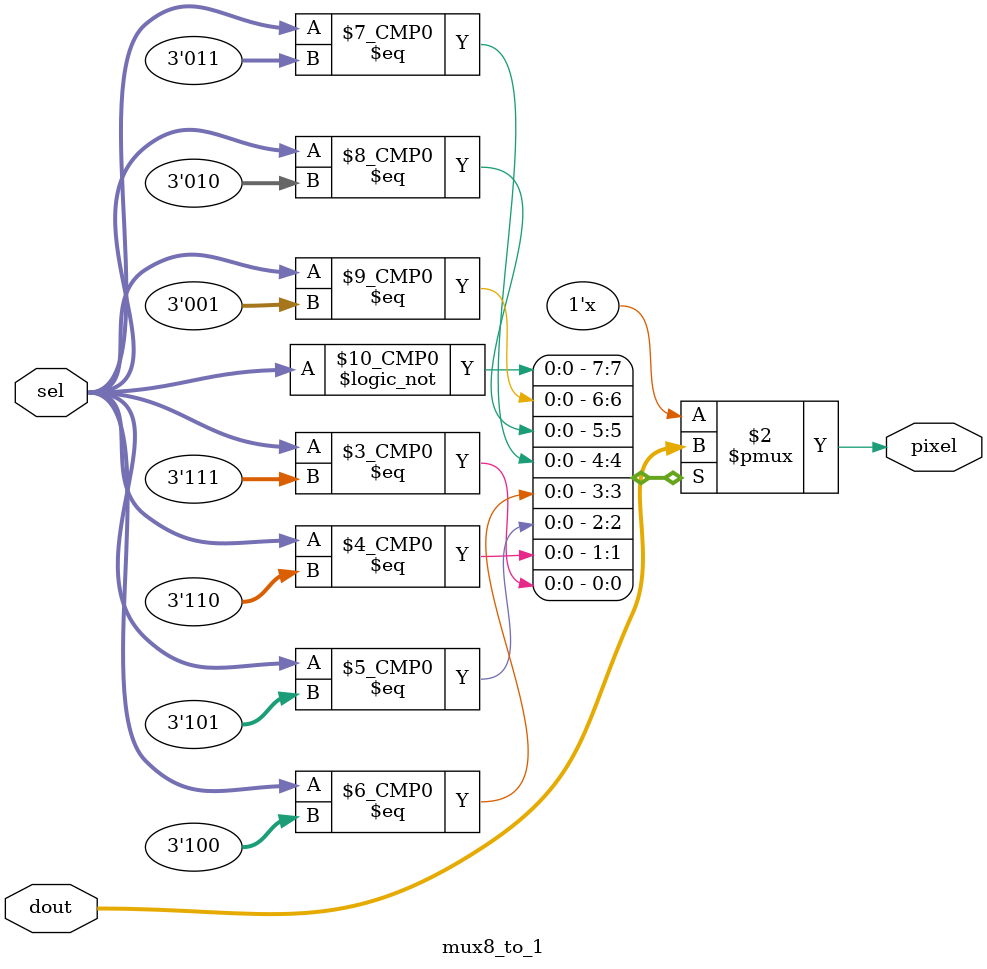
<source format=v>
module mux8_to_1(dout, sel, pixel);
    input [2:0] sel;
	input [7:0] dout;
	output reg pixel;
	always@(*)
	 case(sel)
	  3'b000: pixel=dout[7];
	  3'b001: pixel=dout[6];
	  3'b010: pixel=dout[5];
	  3'b011: pixel=dout[4];
	  3'b100: pixel=dout[3];
	  3'b101: pixel=dout[2];
	  3'b110: pixel=dout[1];
	  3'b111: pixel=dout[0];
	  endcase
endmodule
</source>
